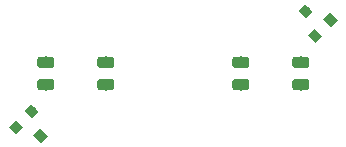
<source format=gbr>
G04 #@! TF.GenerationSoftware,KiCad,Pcbnew,(5.1.4)-1*
G04 #@! TF.CreationDate,2019-11-14T22:55:44-08:00*
G04 #@! TF.ProjectId,SkateLightLEDBoard,536b6174-654c-4696-9768-744c4544426f,rev?*
G04 #@! TF.SameCoordinates,Original*
G04 #@! TF.FileFunction,Paste,Top*
G04 #@! TF.FilePolarity,Positive*
%FSLAX46Y46*%
G04 Gerber Fmt 4.6, Leading zero omitted, Abs format (unit mm)*
G04 Created by KiCad (PCBNEW (5.1.4)-1) date 2019-11-14 22:55:44*
%MOMM*%
%LPD*%
G04 APERTURE LIST*
%ADD10C,0.100000*%
%ADD11C,0.975000*%
%ADD12C,0.800000*%
G04 APERTURE END LIST*
D10*
G36*
X11275142Y1423826D02*
G01*
X11298803Y1420316D01*
X11322007Y1414504D01*
X11344529Y1406446D01*
X11366153Y1396218D01*
X11386670Y1383921D01*
X11405883Y1369671D01*
X11423607Y1353607D01*
X11439671Y1335883D01*
X11453921Y1316670D01*
X11466218Y1296153D01*
X11476446Y1274529D01*
X11484504Y1252007D01*
X11490316Y1228803D01*
X11493826Y1205142D01*
X11495000Y1181250D01*
X11495000Y693750D01*
X11493826Y669858D01*
X11490316Y646197D01*
X11484504Y622993D01*
X11476446Y600471D01*
X11466218Y578847D01*
X11453921Y558330D01*
X11439671Y539117D01*
X11423607Y521393D01*
X11405883Y505329D01*
X11386670Y491079D01*
X11366153Y478782D01*
X11344529Y468554D01*
X11322007Y460496D01*
X11298803Y454684D01*
X11275142Y451174D01*
X11251250Y450000D01*
X10338750Y450000D01*
X10314858Y451174D01*
X10291197Y454684D01*
X10267993Y460496D01*
X10245471Y468554D01*
X10223847Y478782D01*
X10203330Y491079D01*
X10184117Y505329D01*
X10166393Y521393D01*
X10150329Y539117D01*
X10136079Y558330D01*
X10123782Y578847D01*
X10113554Y600471D01*
X10105496Y622993D01*
X10099684Y646197D01*
X10096174Y669858D01*
X10095000Y693750D01*
X10095000Y1181250D01*
X10096174Y1205142D01*
X10099684Y1228803D01*
X10105496Y1252007D01*
X10113554Y1274529D01*
X10123782Y1296153D01*
X10136079Y1316670D01*
X10150329Y1335883D01*
X10166393Y1353607D01*
X10184117Y1369671D01*
X10203330Y1383921D01*
X10223847Y1396218D01*
X10245471Y1406446D01*
X10267993Y1414504D01*
X10291197Y1420316D01*
X10314858Y1423826D01*
X10338750Y1425000D01*
X11251250Y1425000D01*
X11275142Y1423826D01*
X11275142Y1423826D01*
G37*
D11*
X10795000Y937500D03*
D10*
G36*
X11275142Y-451174D02*
G01*
X11298803Y-454684D01*
X11322007Y-460496D01*
X11344529Y-468554D01*
X11366153Y-478782D01*
X11386670Y-491079D01*
X11405883Y-505329D01*
X11423607Y-521393D01*
X11439671Y-539117D01*
X11453921Y-558330D01*
X11466218Y-578847D01*
X11476446Y-600471D01*
X11484504Y-622993D01*
X11490316Y-646197D01*
X11493826Y-669858D01*
X11495000Y-693750D01*
X11495000Y-1181250D01*
X11493826Y-1205142D01*
X11490316Y-1228803D01*
X11484504Y-1252007D01*
X11476446Y-1274529D01*
X11466218Y-1296153D01*
X11453921Y-1316670D01*
X11439671Y-1335883D01*
X11423607Y-1353607D01*
X11405883Y-1369671D01*
X11386670Y-1383921D01*
X11366153Y-1396218D01*
X11344529Y-1406446D01*
X11322007Y-1414504D01*
X11298803Y-1420316D01*
X11275142Y-1423826D01*
X11251250Y-1425000D01*
X10338750Y-1425000D01*
X10314858Y-1423826D01*
X10291197Y-1420316D01*
X10267993Y-1414504D01*
X10245471Y-1406446D01*
X10223847Y-1396218D01*
X10203330Y-1383921D01*
X10184117Y-1369671D01*
X10166393Y-1353607D01*
X10150329Y-1335883D01*
X10136079Y-1316670D01*
X10123782Y-1296153D01*
X10113554Y-1274529D01*
X10105496Y-1252007D01*
X10099684Y-1228803D01*
X10096174Y-1205142D01*
X10095000Y-1181250D01*
X10095000Y-693750D01*
X10096174Y-669858D01*
X10099684Y-646197D01*
X10105496Y-622993D01*
X10113554Y-600471D01*
X10123782Y-578847D01*
X10136079Y-558330D01*
X10150329Y-539117D01*
X10166393Y-521393D01*
X10184117Y-505329D01*
X10203330Y-491079D01*
X10223847Y-478782D01*
X10245471Y-468554D01*
X10267993Y-460496D01*
X10291197Y-454684D01*
X10314858Y-451174D01*
X10338750Y-450000D01*
X11251250Y-450000D01*
X11275142Y-451174D01*
X11275142Y-451174D01*
G37*
D11*
X10795000Y-937500D03*
D10*
G36*
X-10314858Y-451174D02*
G01*
X-10291197Y-454684D01*
X-10267993Y-460496D01*
X-10245471Y-468554D01*
X-10223847Y-478782D01*
X-10203330Y-491079D01*
X-10184117Y-505329D01*
X-10166393Y-521393D01*
X-10150329Y-539117D01*
X-10136079Y-558330D01*
X-10123782Y-578847D01*
X-10113554Y-600471D01*
X-10105496Y-622993D01*
X-10099684Y-646197D01*
X-10096174Y-669858D01*
X-10095000Y-693750D01*
X-10095000Y-1181250D01*
X-10096174Y-1205142D01*
X-10099684Y-1228803D01*
X-10105496Y-1252007D01*
X-10113554Y-1274529D01*
X-10123782Y-1296153D01*
X-10136079Y-1316670D01*
X-10150329Y-1335883D01*
X-10166393Y-1353607D01*
X-10184117Y-1369671D01*
X-10203330Y-1383921D01*
X-10223847Y-1396218D01*
X-10245471Y-1406446D01*
X-10267993Y-1414504D01*
X-10291197Y-1420316D01*
X-10314858Y-1423826D01*
X-10338750Y-1425000D01*
X-11251250Y-1425000D01*
X-11275142Y-1423826D01*
X-11298803Y-1420316D01*
X-11322007Y-1414504D01*
X-11344529Y-1406446D01*
X-11366153Y-1396218D01*
X-11386670Y-1383921D01*
X-11405883Y-1369671D01*
X-11423607Y-1353607D01*
X-11439671Y-1335883D01*
X-11453921Y-1316670D01*
X-11466218Y-1296153D01*
X-11476446Y-1274529D01*
X-11484504Y-1252007D01*
X-11490316Y-1228803D01*
X-11493826Y-1205142D01*
X-11495000Y-1181250D01*
X-11495000Y-693750D01*
X-11493826Y-669858D01*
X-11490316Y-646197D01*
X-11484504Y-622993D01*
X-11476446Y-600471D01*
X-11466218Y-578847D01*
X-11453921Y-558330D01*
X-11439671Y-539117D01*
X-11423607Y-521393D01*
X-11405883Y-505329D01*
X-11386670Y-491079D01*
X-11366153Y-478782D01*
X-11344529Y-468554D01*
X-11322007Y-460496D01*
X-11298803Y-454684D01*
X-11275142Y-451174D01*
X-11251250Y-450000D01*
X-10338750Y-450000D01*
X-10314858Y-451174D01*
X-10314858Y-451174D01*
G37*
D11*
X-10795000Y-937500D03*
D10*
G36*
X-10314858Y1423826D02*
G01*
X-10291197Y1420316D01*
X-10267993Y1414504D01*
X-10245471Y1406446D01*
X-10223847Y1396218D01*
X-10203330Y1383921D01*
X-10184117Y1369671D01*
X-10166393Y1353607D01*
X-10150329Y1335883D01*
X-10136079Y1316670D01*
X-10123782Y1296153D01*
X-10113554Y1274529D01*
X-10105496Y1252007D01*
X-10099684Y1228803D01*
X-10096174Y1205142D01*
X-10095000Y1181250D01*
X-10095000Y693750D01*
X-10096174Y669858D01*
X-10099684Y646197D01*
X-10105496Y622993D01*
X-10113554Y600471D01*
X-10123782Y578847D01*
X-10136079Y558330D01*
X-10150329Y539117D01*
X-10166393Y521393D01*
X-10184117Y505329D01*
X-10203330Y491079D01*
X-10223847Y478782D01*
X-10245471Y468554D01*
X-10267993Y460496D01*
X-10291197Y454684D01*
X-10314858Y451174D01*
X-10338750Y450000D01*
X-11251250Y450000D01*
X-11275142Y451174D01*
X-11298803Y454684D01*
X-11322007Y460496D01*
X-11344529Y468554D01*
X-11366153Y478782D01*
X-11386670Y491079D01*
X-11405883Y505329D01*
X-11423607Y521393D01*
X-11439671Y539117D01*
X-11453921Y558330D01*
X-11466218Y578847D01*
X-11476446Y600471D01*
X-11484504Y622993D01*
X-11490316Y646197D01*
X-11493826Y669858D01*
X-11495000Y693750D01*
X-11495000Y1181250D01*
X-11493826Y1205142D01*
X-11490316Y1228803D01*
X-11484504Y1252007D01*
X-11476446Y1274529D01*
X-11466218Y1296153D01*
X-11453921Y1316670D01*
X-11439671Y1335883D01*
X-11423607Y1353607D01*
X-11405883Y1369671D01*
X-11386670Y1383921D01*
X-11366153Y1396218D01*
X-11344529Y1406446D01*
X-11322007Y1414504D01*
X-11298803Y1420316D01*
X-11275142Y1423826D01*
X-11251250Y1425000D01*
X-10338750Y1425000D01*
X-10314858Y1423826D01*
X-10314858Y1423826D01*
G37*
D11*
X-10795000Y937500D03*
D10*
G36*
X6195142Y-451174D02*
G01*
X6218803Y-454684D01*
X6242007Y-460496D01*
X6264529Y-468554D01*
X6286153Y-478782D01*
X6306670Y-491079D01*
X6325883Y-505329D01*
X6343607Y-521393D01*
X6359671Y-539117D01*
X6373921Y-558330D01*
X6386218Y-578847D01*
X6396446Y-600471D01*
X6404504Y-622993D01*
X6410316Y-646197D01*
X6413826Y-669858D01*
X6415000Y-693750D01*
X6415000Y-1181250D01*
X6413826Y-1205142D01*
X6410316Y-1228803D01*
X6404504Y-1252007D01*
X6396446Y-1274529D01*
X6386218Y-1296153D01*
X6373921Y-1316670D01*
X6359671Y-1335883D01*
X6343607Y-1353607D01*
X6325883Y-1369671D01*
X6306670Y-1383921D01*
X6286153Y-1396218D01*
X6264529Y-1406446D01*
X6242007Y-1414504D01*
X6218803Y-1420316D01*
X6195142Y-1423826D01*
X6171250Y-1425000D01*
X5258750Y-1425000D01*
X5234858Y-1423826D01*
X5211197Y-1420316D01*
X5187993Y-1414504D01*
X5165471Y-1406446D01*
X5143847Y-1396218D01*
X5123330Y-1383921D01*
X5104117Y-1369671D01*
X5086393Y-1353607D01*
X5070329Y-1335883D01*
X5056079Y-1316670D01*
X5043782Y-1296153D01*
X5033554Y-1274529D01*
X5025496Y-1252007D01*
X5019684Y-1228803D01*
X5016174Y-1205142D01*
X5015000Y-1181250D01*
X5015000Y-693750D01*
X5016174Y-669858D01*
X5019684Y-646197D01*
X5025496Y-622993D01*
X5033554Y-600471D01*
X5043782Y-578847D01*
X5056079Y-558330D01*
X5070329Y-539117D01*
X5086393Y-521393D01*
X5104117Y-505329D01*
X5123330Y-491079D01*
X5143847Y-478782D01*
X5165471Y-468554D01*
X5187993Y-460496D01*
X5211197Y-454684D01*
X5234858Y-451174D01*
X5258750Y-450000D01*
X6171250Y-450000D01*
X6195142Y-451174D01*
X6195142Y-451174D01*
G37*
D11*
X5715000Y-937500D03*
D10*
G36*
X6195142Y1423826D02*
G01*
X6218803Y1420316D01*
X6242007Y1414504D01*
X6264529Y1406446D01*
X6286153Y1396218D01*
X6306670Y1383921D01*
X6325883Y1369671D01*
X6343607Y1353607D01*
X6359671Y1335883D01*
X6373921Y1316670D01*
X6386218Y1296153D01*
X6396446Y1274529D01*
X6404504Y1252007D01*
X6410316Y1228803D01*
X6413826Y1205142D01*
X6415000Y1181250D01*
X6415000Y693750D01*
X6413826Y669858D01*
X6410316Y646197D01*
X6404504Y622993D01*
X6396446Y600471D01*
X6386218Y578847D01*
X6373921Y558330D01*
X6359671Y539117D01*
X6343607Y521393D01*
X6325883Y505329D01*
X6306670Y491079D01*
X6286153Y478782D01*
X6264529Y468554D01*
X6242007Y460496D01*
X6218803Y454684D01*
X6195142Y451174D01*
X6171250Y450000D01*
X5258750Y450000D01*
X5234858Y451174D01*
X5211197Y454684D01*
X5187993Y460496D01*
X5165471Y468554D01*
X5143847Y478782D01*
X5123330Y491079D01*
X5104117Y505329D01*
X5086393Y521393D01*
X5070329Y539117D01*
X5056079Y558330D01*
X5043782Y578847D01*
X5033554Y600471D01*
X5025496Y622993D01*
X5019684Y646197D01*
X5016174Y669858D01*
X5015000Y693750D01*
X5015000Y1181250D01*
X5016174Y1205142D01*
X5019684Y1228803D01*
X5025496Y1252007D01*
X5033554Y1274529D01*
X5043782Y1296153D01*
X5056079Y1316670D01*
X5070329Y1335883D01*
X5086393Y1353607D01*
X5104117Y1369671D01*
X5123330Y1383921D01*
X5143847Y1396218D01*
X5165471Y1406446D01*
X5187993Y1414504D01*
X5211197Y1420316D01*
X5234858Y1423826D01*
X5258750Y1425000D01*
X6171250Y1425000D01*
X6195142Y1423826D01*
X6195142Y1423826D01*
G37*
D11*
X5715000Y937500D03*
D10*
G36*
X-5234858Y-451174D02*
G01*
X-5211197Y-454684D01*
X-5187993Y-460496D01*
X-5165471Y-468554D01*
X-5143847Y-478782D01*
X-5123330Y-491079D01*
X-5104117Y-505329D01*
X-5086393Y-521393D01*
X-5070329Y-539117D01*
X-5056079Y-558330D01*
X-5043782Y-578847D01*
X-5033554Y-600471D01*
X-5025496Y-622993D01*
X-5019684Y-646197D01*
X-5016174Y-669858D01*
X-5015000Y-693750D01*
X-5015000Y-1181250D01*
X-5016174Y-1205142D01*
X-5019684Y-1228803D01*
X-5025496Y-1252007D01*
X-5033554Y-1274529D01*
X-5043782Y-1296153D01*
X-5056079Y-1316670D01*
X-5070329Y-1335883D01*
X-5086393Y-1353607D01*
X-5104117Y-1369671D01*
X-5123330Y-1383921D01*
X-5143847Y-1396218D01*
X-5165471Y-1406446D01*
X-5187993Y-1414504D01*
X-5211197Y-1420316D01*
X-5234858Y-1423826D01*
X-5258750Y-1425000D01*
X-6171250Y-1425000D01*
X-6195142Y-1423826D01*
X-6218803Y-1420316D01*
X-6242007Y-1414504D01*
X-6264529Y-1406446D01*
X-6286153Y-1396218D01*
X-6306670Y-1383921D01*
X-6325883Y-1369671D01*
X-6343607Y-1353607D01*
X-6359671Y-1335883D01*
X-6373921Y-1316670D01*
X-6386218Y-1296153D01*
X-6396446Y-1274529D01*
X-6404504Y-1252007D01*
X-6410316Y-1228803D01*
X-6413826Y-1205142D01*
X-6415000Y-1181250D01*
X-6415000Y-693750D01*
X-6413826Y-669858D01*
X-6410316Y-646197D01*
X-6404504Y-622993D01*
X-6396446Y-600471D01*
X-6386218Y-578847D01*
X-6373921Y-558330D01*
X-6359671Y-539117D01*
X-6343607Y-521393D01*
X-6325883Y-505329D01*
X-6306670Y-491079D01*
X-6286153Y-478782D01*
X-6264529Y-468554D01*
X-6242007Y-460496D01*
X-6218803Y-454684D01*
X-6195142Y-451174D01*
X-6171250Y-450000D01*
X-5258750Y-450000D01*
X-5234858Y-451174D01*
X-5234858Y-451174D01*
G37*
D11*
X-5715000Y-937500D03*
D10*
G36*
X-5234858Y1423826D02*
G01*
X-5211197Y1420316D01*
X-5187993Y1414504D01*
X-5165471Y1406446D01*
X-5143847Y1396218D01*
X-5123330Y1383921D01*
X-5104117Y1369671D01*
X-5086393Y1353607D01*
X-5070329Y1335883D01*
X-5056079Y1316670D01*
X-5043782Y1296153D01*
X-5033554Y1274529D01*
X-5025496Y1252007D01*
X-5019684Y1228803D01*
X-5016174Y1205142D01*
X-5015000Y1181250D01*
X-5015000Y693750D01*
X-5016174Y669858D01*
X-5019684Y646197D01*
X-5025496Y622993D01*
X-5033554Y600471D01*
X-5043782Y578847D01*
X-5056079Y558330D01*
X-5070329Y539117D01*
X-5086393Y521393D01*
X-5104117Y505329D01*
X-5123330Y491079D01*
X-5143847Y478782D01*
X-5165471Y468554D01*
X-5187993Y460496D01*
X-5211197Y454684D01*
X-5234858Y451174D01*
X-5258750Y450000D01*
X-6171250Y450000D01*
X-6195142Y451174D01*
X-6218803Y454684D01*
X-6242007Y460496D01*
X-6264529Y468554D01*
X-6286153Y478782D01*
X-6306670Y491079D01*
X-6325883Y505329D01*
X-6343607Y521393D01*
X-6359671Y539117D01*
X-6373921Y558330D01*
X-6386218Y578847D01*
X-6396446Y600471D01*
X-6404504Y622993D01*
X-6410316Y646197D01*
X-6413826Y669858D01*
X-6415000Y693750D01*
X-6415000Y1181250D01*
X-6413826Y1205142D01*
X-6410316Y1228803D01*
X-6404504Y1252007D01*
X-6396446Y1274529D01*
X-6386218Y1296153D01*
X-6373921Y1316670D01*
X-6359671Y1335883D01*
X-6343607Y1353607D01*
X-6325883Y1369671D01*
X-6306670Y1383921D01*
X-6286153Y1396218D01*
X-6264529Y1406446D01*
X-6242007Y1414504D01*
X-6218803Y1420316D01*
X-6195142Y1423826D01*
X-6171250Y1425000D01*
X-5258750Y1425000D01*
X-5234858Y1423826D01*
X-5234858Y1423826D01*
G37*
D11*
X-5715000Y937500D03*
D12*
X11230893Y5279107D03*
D10*
G36*
X11831934Y5243752D02*
G01*
X11266248Y4678066D01*
X10629852Y5314462D01*
X11195538Y5880148D01*
X11831934Y5243752D01*
X11831934Y5243752D01*
G37*
D12*
X13316858Y4536645D03*
D10*
G36*
X13917899Y4501290D02*
G01*
X13352213Y3935604D01*
X12715817Y4572000D01*
X13281503Y5137686D01*
X13917899Y4501290D01*
X13917899Y4501290D01*
G37*
D12*
X11973355Y3193142D03*
D10*
G36*
X12574396Y3157787D02*
G01*
X12008710Y2592101D01*
X11372314Y3228497D01*
X11938000Y3794183D01*
X12574396Y3157787D01*
X12574396Y3157787D01*
G37*
D12*
X-11230893Y-5279107D03*
D10*
G36*
X-11831934Y-5243752D02*
G01*
X-11266248Y-4678066D01*
X-10629852Y-5314462D01*
X-11195538Y-5880148D01*
X-11831934Y-5243752D01*
X-11831934Y-5243752D01*
G37*
D12*
X-13316858Y-4536645D03*
D10*
G36*
X-13917899Y-4501290D02*
G01*
X-13352213Y-3935604D01*
X-12715817Y-4572000D01*
X-13281503Y-5137686D01*
X-13917899Y-4501290D01*
X-13917899Y-4501290D01*
G37*
D12*
X-11973355Y-3193142D03*
D10*
G36*
X-12574396Y-3157787D02*
G01*
X-12008710Y-2592101D01*
X-11372314Y-3228497D01*
X-11938000Y-3794183D01*
X-12574396Y-3157787D01*
X-12574396Y-3157787D01*
G37*
M02*

</source>
